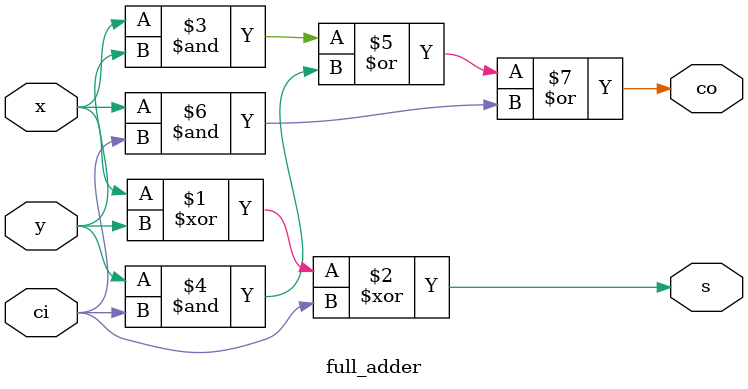
<source format=sv>
module ripple_adder
(
    input   logic[15:0]     A,
    input   logic[15:0]     B,
    output  logic[15:0]     Sum,
    output  logic           CO
);

    /* TODO
     *
     * Insert code here to implement a ripple adder.
     * Your code should be completly combinational (don't use always_ff or always_latch).
     * Feel free to create sub-modules or other files. */
logic c1,c2,c3;
four_bit_ra FRA0(.x(A[3:0]),.y(B[3:0]),.ci(0),.s(Sum[3:0]),.co(c1));
four_bit_ra FRA1(.x(A[7:4]),.y(B[7:4]),.ci(c1),.s(Sum[7:4]),.co(c2));
four_bit_ra FRA2(.x(A[11:8]),.y(B[11:8]),.ci(c2),.s(Sum[11:8]),.co(c3));
four_bit_ra FRA3(.x(A[15:12]),.y(B[15:12]),.ci(c3),.s(Sum[15:12]),.co(CO));
     
endmodule


module four_bit_ra(input [3:0] x,y,input ci, output [3:0] s, output co);
logic c1,c2,c3;

full_adder FA0(.x(x[0]),.y(y[0]),.ci(ci),.s(s[0]),.co(c1));
full_adder FA1(.x(x[1]),.y(y[1]),.ci(c1),.s(s[1]),.co(c2));
full_adder FA2(.x(x[2]),.y(y[2]),.ci(c2),.s(s[2]),.co(c3));
full_adder FA3(.x(x[3]),.y(y[3]),.ci(c3),.s(s[3]),.co(co));

endmodule

module full_adder(input x,y,ci, output s,co);
assign s=x^y^ci;
assign co=(x&y)|(y&ci)|(x&ci);

endmodule


</source>
